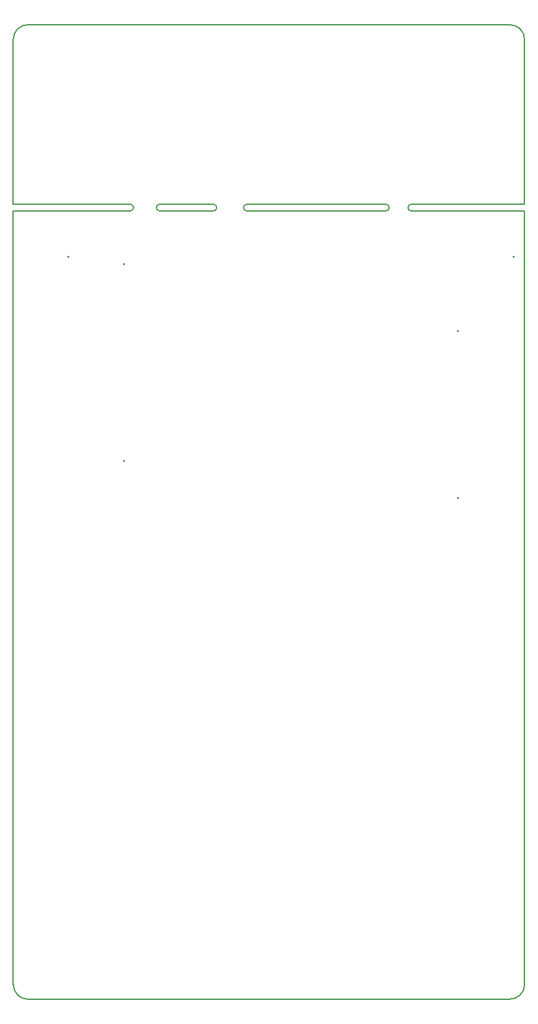
<source format=gbo>
%TF.GenerationSoftware,KiCad,Pcbnew,(7.0.0)*%
%TF.CreationDate,2023-03-03T13:10:10-05:00*%
%TF.ProjectId,new-dev-board,6e65772d-6465-4762-9d62-6f6172642e6b,rev?*%
%TF.SameCoordinates,Original*%
%TF.FileFunction,Legend,Bot*%
%TF.FilePolarity,Positive*%
%FSLAX46Y46*%
G04 Gerber Fmt 4.6, Leading zero omitted, Abs format (unit mm)*
G04 Created by KiCad (PCBNEW (7.0.0)) date 2023-03-03 13:10:10*
%MOMM*%
%LPD*%
G01*
G04 APERTURE LIST*
%ADD10C,0.127000*%
%ADD11C,0.200000*%
G04 APERTURE END LIST*
D10*
%TO.C,A2*%
X153200000Y-46130000D02*
X153200000Y-151970000D01*
X153200000Y-46130000D02*
X137707200Y-46130000D01*
X153200000Y-45190000D02*
X137707200Y-45190000D01*
X153200000Y-22630000D02*
X153200000Y-45190000D01*
X151200000Y-153970000D02*
X85200000Y-153970000D01*
X134202000Y-46130000D02*
X115202800Y-46130000D01*
X134202000Y-45190000D02*
X115202800Y-45190000D01*
X110580000Y-46130000D02*
X103264800Y-46130000D01*
X110580000Y-45190000D02*
X103264800Y-45190000D01*
X99200800Y-46130000D02*
X83200000Y-46130000D01*
X99200800Y-45190000D02*
X83200000Y-45190000D01*
X85200000Y-20630000D02*
X151200000Y-20630000D01*
X83200000Y-151970000D02*
X83200000Y-46130000D01*
X83200000Y-45190000D02*
X83200000Y-22630000D01*
X151200000Y-153970000D02*
G75*
G03*
X153200000Y-151970000I1J1999999D01*
G01*
X153200000Y-22630000D02*
G75*
G03*
X151200000Y-20630000I-1999999J1D01*
G01*
X137707199Y-45190000D02*
G75*
G03*
X137707200Y-46130000I7462J-470000D01*
G01*
X134202001Y-46130000D02*
G75*
G03*
X134202000Y-45190000I-7462J470000D01*
G01*
X115202799Y-45190000D02*
G75*
G03*
X115202800Y-46130000I7461J-470000D01*
G01*
X110580001Y-46130000D02*
G75*
G03*
X110580000Y-45190000I-7461J470000D01*
G01*
X103264799Y-45190000D02*
G75*
G03*
X103264800Y-46130000I7461J-470000D01*
G01*
X99200801Y-46130000D02*
G75*
G03*
X99200800Y-45190000I-7461J470000D01*
G01*
X83200000Y-151970000D02*
G75*
G03*
X85200000Y-153970000I2000000J0D01*
G01*
X85200000Y-20630000D02*
G75*
G03*
X83200000Y-22630000I0J-2000000D01*
G01*
D11*
X151800000Y-52370000D02*
G75*
G03*
X151800000Y-52370000I-100000J0D01*
G01*
X144180000Y-85390000D02*
G75*
G03*
X144180000Y-85390000I-100000J0D01*
G01*
X144180000Y-62530000D02*
G75*
G03*
X144180000Y-62530000I-100000J0D01*
G01*
X98460000Y-80310000D02*
G75*
G03*
X98460000Y-80310000I-100000J0D01*
G01*
X98460000Y-53386000D02*
G75*
G03*
X98460000Y-53386000I-100000J0D01*
G01*
X90840000Y-52395400D02*
G75*
G03*
X90840000Y-52395400I-100000J0D01*
G01*
%TD*%
M02*

</source>
